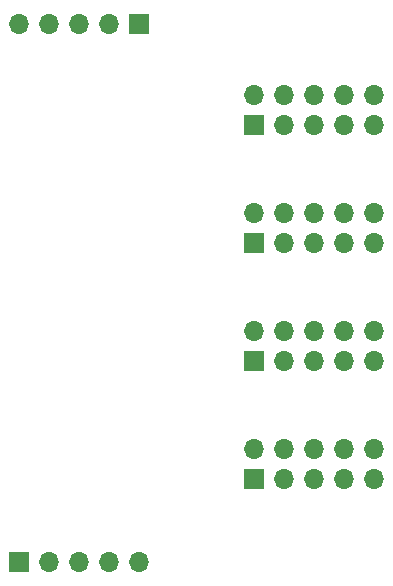
<source format=gbs>
%TF.GenerationSoftware,KiCad,Pcbnew,(5.1.6-0-10_14)*%
%TF.CreationDate,2020-09-10T14:26:16+09:00*%
%TF.ProjectId,qPCR-photo_mux_MPC506AU,71504352-2d70-4686-9f74-6f5f6d75785f,rev?*%
%TF.SameCoordinates,Original*%
%TF.FileFunction,Soldermask,Bot*%
%TF.FilePolarity,Negative*%
%FSLAX46Y46*%
G04 Gerber Fmt 4.6, Leading zero omitted, Abs format (unit mm)*
G04 Created by KiCad (PCBNEW (5.1.6-0-10_14)) date 2020-09-10 14:26:16*
%MOMM*%
%LPD*%
G01*
G04 APERTURE LIST*
%ADD10O,1.700000X1.700000*%
%ADD11R,1.700000X1.700000*%
G04 APERTURE END LIST*
D10*
%TO.C,J1*%
X103298000Y-110000000D03*
X100758000Y-110000000D03*
X98218000Y-110000000D03*
X95678000Y-110000000D03*
D11*
X93138000Y-110000000D03*
%TD*%
%TO.C,J2*%
X103298000Y-64440000D03*
D10*
X100758000Y-64440000D03*
X98218000Y-64440000D03*
X95678000Y-64440000D03*
X93138000Y-64440000D03*
%TD*%
%TO.C,N_PD1*%
X123160000Y-70460000D03*
X123160000Y-73000000D03*
X120620000Y-70460000D03*
X120620000Y-73000000D03*
X118080000Y-70460000D03*
X118080000Y-73000000D03*
X115540000Y-70460000D03*
X115540000Y-73000000D03*
X113000000Y-70460000D03*
D11*
X113000000Y-73000000D03*
%TD*%
%TO.C,N_PD2*%
X113000000Y-83000000D03*
D10*
X113000000Y-80460000D03*
X115540000Y-83000000D03*
X115540000Y-80460000D03*
X118080000Y-83000000D03*
X118080000Y-80460000D03*
X120620000Y-83000000D03*
X120620000Y-80460000D03*
X123160000Y-83000000D03*
X123160000Y-80460000D03*
%TD*%
D11*
%TO.C,S_PD1*%
X113000000Y-93000000D03*
D10*
X113000000Y-90460000D03*
X115540000Y-93000000D03*
X115540000Y-90460000D03*
X118080000Y-93000000D03*
X118080000Y-90460000D03*
X120620000Y-93000000D03*
X120620000Y-90460000D03*
X123160000Y-93000000D03*
X123160000Y-90460000D03*
%TD*%
%TO.C,S_PD2*%
X123160000Y-100460000D03*
X123160000Y-103000000D03*
X120620000Y-100460000D03*
X120620000Y-103000000D03*
X118080000Y-100460000D03*
X118080000Y-103000000D03*
X115540000Y-100460000D03*
X115540000Y-103000000D03*
X113000000Y-100460000D03*
D11*
X113000000Y-103000000D03*
%TD*%
M02*

</source>
